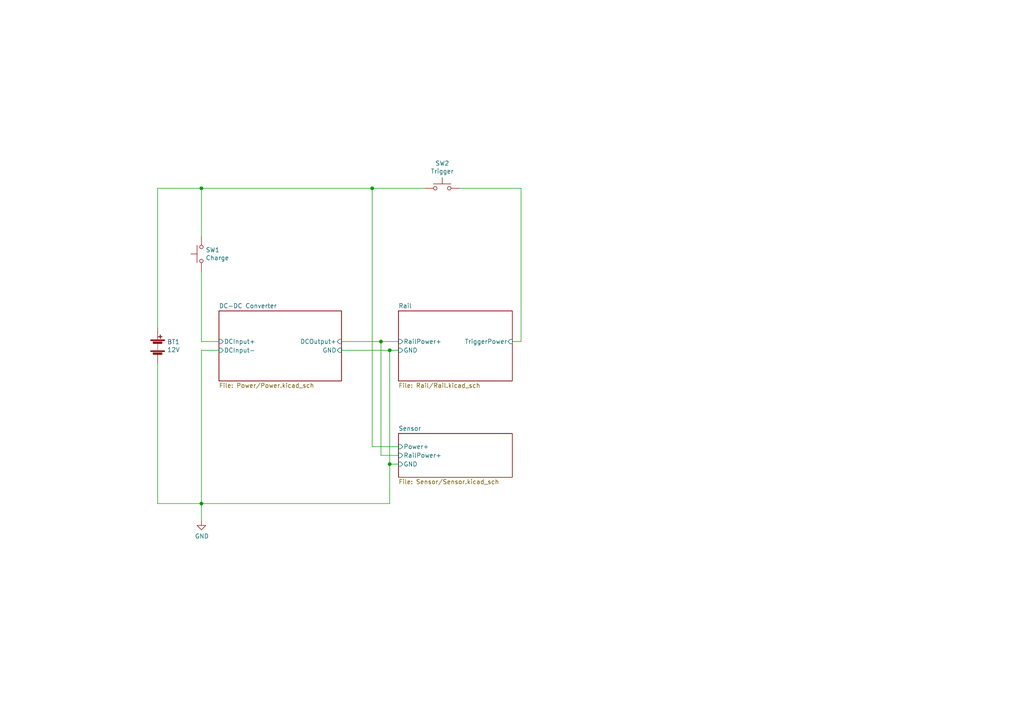
<source format=kicad_sch>
(kicad_sch (version 20211123) (generator eeschema)
  (paper "A4")
  (title_block (title "Coil Gun") (date "2021-05-20") (rev "1"))
  (lib_symbols
    (symbol "Device:Battery" (pin_numbers hide) (pin_names (offset 0) hide)
      (property "Reference" "BT" (at 2.54 2.54 0))
      (property "Value" "Battery" (at 2.54 0 0))
      (symbol "Battery_0_1"
        (rectangle (start -2.032 -1.397) (end 2.032 -1.651) (fill (type outline)))
        (rectangle (start -2.032 1.778) (end 2.032 1.524) (fill (type outline)))
        (rectangle (start -1.3208 -1.9812) (end 1.27 -2.4892) (fill (type outline)))
        (rectangle (start -1.3208 1.1938) (end 1.27 0.6858) (fill (type outline)))
        (polyline (pts (xy 0 -1.524) (xy 0 -1.27)))
        (polyline (pts (xy 0 -1.016) (xy 0 -0.762)))
        (polyline (pts (xy 0 -0.508) (xy 0 -0.254)))
        (polyline (pts (xy 0 0) (xy 0 0.254)))
        (polyline (pts (xy 0 0.508) (xy 0 0.762)))
        (polyline (pts (xy 0 1.778) (xy 0 2.54)))
        (polyline (pts (xy 0.254 2.667) (xy 1.27 2.667)) (stroke (width 0.254)))
        (polyline (pts (xy 0.762 3.175) (xy 0.762 2.159)) (stroke (width 0.254)))
      )
      (symbol "Battery_1_1"
        (pin passive line (at 0 5.08 270) (length 2.54) (name "+") (number "1"))
        (pin passive line (at 0 -5.08 90) (length 2.54) (name "-") (number "2"))
      )
    )
    (symbol "Switch:SW_Push" (pin_numbers hide) (pin_names (offset 1.016) hide)
      (property "Reference" "SW" (at 1.27 2.54 0))
      (property "Value" "SW_Push" (at 0 -1.524 0))
      (symbol "SW_Push_0_1"
        (circle (center -2.032 0) (radius 0.508))
        (polyline (pts (xy 0 1.27) (xy 0 3.048)))
        (polyline (pts (xy 2.54 1.27) (xy -2.54 1.27)))
        (circle (center 2.032 0) (radius 0.508))
        (pin passive line (at -5.08 0 0) (length 2.54) (name "1") (number "1"))
        (pin passive line (at 5.08 0 180) (length 2.54) (name "2") (number "2"))
      )
    )
    (symbol "power:GND" (power) (pin_names (offset 0))
      (property "Value" "GND" (at 0 -3.81 0))
      (symbol "GND_0_1"
        (polyline (pts (xy 0 0) (xy 0 -1.27) (xy 1.27 -1.27) (xy 0 -2.54) (xy -1.27 -1.27) (xy 0 -1.27)))
      )
      (symbol "GND_1_1"
        (pin power_in line (at 0 0 270) (length 0) hide (name "GND") (number "1"))
      )
    )
  )
  (junction (at 113.03 134.62))
  (junction (at 58.42 146.05))
  (junction (at 113.03 101.6))
  (junction (at 58.42 54.61))
  (junction (at 110.49 99.06))
  (junction (at 107.95 54.61))
  (wire (pts (xy 58.42 54.61) (xy 107.95 54.61)))
  (wire (pts (xy 58.42 78.74) (xy 58.42 99.06)))
  (wire (pts (xy 113.03 101.6) (xy 113.03 134.62)))
  (wire (pts (xy 107.95 129.54) (xy 107.95 54.61)))
  (wire (pts (xy 133.35 54.61) (xy 151.13 54.61)))
  (wire (pts (xy 58.42 151.13) (xy 58.42 146.05)))
  (wire (pts (xy 45.72 105.41) (xy 45.72 146.05)))
  (wire (pts (xy 115.57 134.62) (xy 113.03 134.62)))
  (wire (pts (xy 113.03 101.6) (xy 99.06 101.6)))
  (wire (pts (xy 58.42 101.6) (xy 63.5 101.6)))
  (wire (pts (xy 151.13 99.06) (xy 151.13 54.61)))
  (wire (pts (xy 115.57 129.54) (xy 107.95 129.54)))
  (wire (pts (xy 45.72 54.61) (xy 45.72 95.25)))
  (wire (pts (xy 110.49 99.06) (xy 115.57 99.06)))
  (wire (pts (xy 45.72 54.61) (xy 58.42 54.61)))
  (wire (pts (xy 58.42 54.61) (xy 58.42 68.58)))
  (wire (pts (xy 107.95 54.61) (xy 123.19 54.61)))
  (wire (pts (xy 58.42 99.06) (xy 63.5 99.06)))
  (wire (pts (xy 110.49 99.06) (xy 110.49 132.08)))
  (wire (pts (xy 110.49 99.06) (xy 99.06 99.06)))
  (wire (pts (xy 110.49 132.08) (xy 115.57 132.08)))
  (wire (pts (xy 148.59 99.06) (xy 151.13 99.06)))
  (wire (pts (xy 113.03 101.6) (xy 115.57 101.6)))
  (wire (pts (xy 58.42 101.6) (xy 58.42 146.05)))
  (wire (pts (xy 58.42 146.05) (xy 113.03 146.05)))
  (wire (pts (xy 45.72 146.05) (xy 58.42 146.05)))
  (wire (pts (xy 113.03 134.62) (xy 113.03 146.05)))
  (symbol (lib_id "Device:Battery") (at 45.72 100.33 0) (unit 1)
    (property "Reference" "BT1" (at 48.4632 99.1616 0) (effects (justify left)))
    (property "Value" "12V" (at 48.4632 101.473 0) (effects (justify left)))
    (property "Footprint" "Connector_JST:JST_XH_B2B-XH-A_1x02_P2.50mm_Vertical" (effects hide))
  )
  (symbol (lib_id "power:GND") (at 58.42 151.13 0) (unit 1)
    (property "Reference" "#PWR?" (effects hide))
    (property "Value" "GND" (at 58.547 155.5242 0))
  )
  (symbol (lib_id "Switch:SW_Push") (at 58.42 73.66 90) (unit 1)
    (property "Reference" "SW1" (at 59.6392 72.4916 90) (effects (justify right)))
    (property "Value" "Charge" (at 59.6392 74.803 90) (effects (justify right)))
    (property "Footprint" "Connector_Wire:SolderWirePad_1x02_P3.81mm_Drill1.2mm" (effects hide))
  )
  (symbol (lib_id "Switch:SW_Push") (at 128.27 54.61 0) (unit 1)
    (property "Reference" "SW2" (at 128.27 47.371 0))
    (property "Value" "Trigger" (at 128.27 49.6824 0))
    (property "Footprint" "Connector_Wire:SolderWirePad_1x02_P3.81mm_Drill1.2mm" (effects hide))
  )
  (sheet (at 63.5 90.17) (size 35.56 20.32)
    (property "Sheet name" "DC-DC Converter" (at 63.5 89.4584 0) (effects (justify left bottom)))
    (property "Sheet file" "Power/Power.kicad_sch" (at 63.5 111.0746 0) (effects (justify left top)))
    (pin "DCOutput+" input (at 99.06 99.06 0))
    (pin "DCInput+" input (at 63.5 99.06 180))
    (pin "DCInput-" input (at 63.5 101.6 180))
    (pin "GND" input (at 99.06 101.6 0))
  )
  (sheet (at 115.57 90.17) (size 33.02 20.32)
    (property "Sheet name" "Rail" (at 115.57 89.4584 0) (effects (justify left bottom)))
    (property "Sheet file" "Rail/Rail.kicad_sch" (at 115.57 111.0746 0) (effects (justify left top)))
    (pin "GND" input (at 115.57 101.6 180))
    (pin "RailPower+" input (at 115.57 99.06 180))
    (pin "TriggerPower" input (at 148.59 99.06 0))
  )
  (sheet (at 115.57 125.73) (size 33.02 12.7)
    (property "Sheet name" "Sensor" (at 115.57 125.0184 0) (effects (justify left bottom)))
    (property "Sheet file" "Sensor/Sensor.kicad_sch" (at 115.57 139.0146 0) (effects (justify left top)))
    (pin "RailPower+" input (at 115.57 132.08 180))
    (pin "GND" input (at 115.57 134.62 180))
    (pin "Power+" input (at 115.57 129.54 180))
  )
)
</source>
